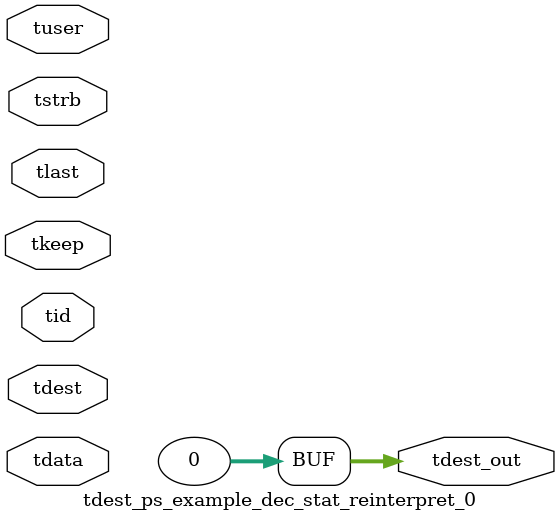
<source format=v>


`timescale 1ps/1ps

module tdest_ps_example_dec_stat_reinterpret_0 #
(
parameter C_S_AXIS_TDATA_WIDTH = 32,
parameter C_S_AXIS_TUSER_WIDTH = 0,
parameter C_S_AXIS_TID_WIDTH   = 0,
parameter C_S_AXIS_TDEST_WIDTH = 0,
parameter C_M_AXIS_TDEST_WIDTH = 32
)
(
input  [(C_S_AXIS_TDATA_WIDTH == 0 ? 1 : C_S_AXIS_TDATA_WIDTH)-1:0     ] tdata,
input  [(C_S_AXIS_TUSER_WIDTH == 0 ? 1 : C_S_AXIS_TUSER_WIDTH)-1:0     ] tuser,
input  [(C_S_AXIS_TID_WIDTH   == 0 ? 1 : C_S_AXIS_TID_WIDTH)-1:0       ] tid,
input  [(C_S_AXIS_TDEST_WIDTH == 0 ? 1 : C_S_AXIS_TDEST_WIDTH)-1:0     ] tdest,
input  [(C_S_AXIS_TDATA_WIDTH/8)-1:0 ] tkeep,
input  [(C_S_AXIS_TDATA_WIDTH/8)-1:0 ] tstrb,
input                                                                    tlast,
output [C_M_AXIS_TDEST_WIDTH-1:0] tdest_out
);

assign tdest_out = {1'b0};

endmodule


</source>
